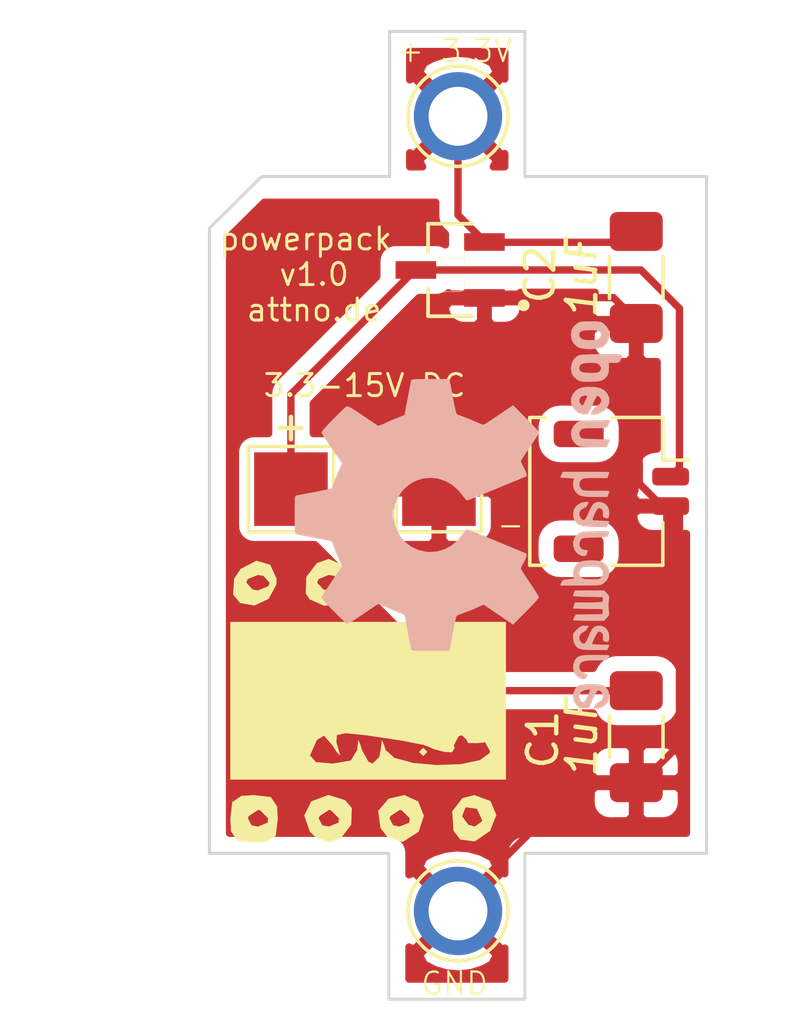
<source format=kicad_pcb>
(kicad_pcb (version 20171130) (host pcbnew 5.1.9)

  (general
    (thickness 1.6)
    (drawings 19)
    (tracks 29)
    (zones 0)
    (modules 10)
    (nets 4)
  )

  (page A4)
  (layers
    (0 F.Cu signal)
    (31 B.Cu signal)
    (32 B.Adhes user)
    (33 F.Adhes user)
    (34 B.Paste user)
    (35 F.Paste user)
    (36 B.SilkS user)
    (37 F.SilkS user)
    (38 B.Mask user)
    (39 F.Mask user)
    (40 Dwgs.User user)
    (41 Cmts.User user)
    (42 Eco1.User user)
    (43 Eco2.User user)
    (44 Edge.Cuts user)
    (45 Margin user)
    (46 B.CrtYd user)
    (47 F.CrtYd user)
    (48 B.Fab user)
    (49 F.Fab user)
  )

  (setup
    (last_trace_width 0.25)
    (trace_clearance 0.2)
    (zone_clearance 0.508)
    (zone_45_only no)
    (trace_min 0.2)
    (via_size 0.8)
    (via_drill 0.4)
    (via_min_size 0.4)
    (via_min_drill 0.3)
    (uvia_size 0.3)
    (uvia_drill 0.1)
    (uvias_allowed no)
    (uvia_min_size 0.2)
    (uvia_min_drill 0.1)
    (edge_width 0.1)
    (segment_width 0.2)
    (pcb_text_width 0.3)
    (pcb_text_size 1.5 1.5)
    (mod_edge_width 0.15)
    (mod_text_size 1 1)
    (mod_text_width 0.15)
    (pad_size 1.524 1.524)
    (pad_drill 0.762)
    (pad_to_mask_clearance 0)
    (aux_axis_origin 0 0)
    (visible_elements 7FFFFFFF)
    (pcbplotparams
      (layerselection 0x010fc_ffffffff)
      (usegerberextensions false)
      (usegerberattributes true)
      (usegerberadvancedattributes true)
      (creategerberjobfile true)
      (excludeedgelayer true)
      (linewidth 0.100000)
      (plotframeref false)
      (viasonmask false)
      (mode 1)
      (useauxorigin false)
      (hpglpennumber 1)
      (hpglpenspeed 20)
      (hpglpendiameter 15.000000)
      (psnegative false)
      (psa4output false)
      (plotreference true)
      (plotvalue true)
      (plotinvisibletext false)
      (padsonsilk false)
      (subtractmaskfromsilk false)
      (outputformat 1)
      (mirror false)
      (drillshape 0)
      (scaleselection 1)
      (outputdirectory "Gerber/"))
  )

  (net 0 "")
  (net 1 GND)
  (net 2 VCC)
  (net 3 +3V3)

  (net_class Default "Dies ist die voreingestellte Netzklasse."
    (clearance 0.2)
    (trace_width 0.25)
    (via_dia 0.8)
    (via_drill 0.4)
    (uvia_dia 0.3)
    (uvia_drill 0.1)
    (add_net +3V3)
    (add_net GND)
    (add_net VCC)
  )

  (module TestPoint:TestPoint_Plated_Hole_D2.0mm (layer F.Cu) (tedit 5A0F774F) (tstamp 5FF6768C)
    (at 174.9425 21.9075)
    (descr "Plated Hole as test Point, diameter 2.0mm")
    (tags "test point plated hole")
    (path /5FAC7D6D)
    (attr virtual)
    (fp_text reference J2.1 (at 0 -2.498) (layer F.SilkS) hide
      (effects (font (size 1 1) (thickness 0.15)))
    )
    (fp_text value "Vout +3.3V" (at 0 2.45) (layer F.Fab) hide
      (effects (font (size 1 1) (thickness 0.15)))
    )
    (fp_circle (center 0 0) (end 1.8 0) (layer F.CrtYd) (width 0.05))
    (fp_circle (center 0 0) (end 0 -1.7) (layer F.SilkS) (width 0.12))
    (fp_text user %R (at 0 -2.5) (layer F.Fab)
      (effects (font (size 1 1) (thickness 0.15)))
    )
    (pad 1 thru_hole circle (at 0 0) (size 3 3) (drill 2) (layers *.Cu *.Mask)
      (net 3 +3V3))
  )

  (module MCP1703T-3302E_CB:SOT95P255X145-3N (layer F.Cu) (tedit 5FCB8903) (tstamp 5FBEEA81)
    (at 174.6758 27.1272 180)
    (path /5FBEA257)
    (fp_text reference U1 (at -0.0762 -0.0508 90) (layer F.SilkS)
      (effects (font (size 0.9 0.9) (thickness 0.015)))
    )
    (fp_text value MCP1703T-3302E_CB (at 7.16 2.635) (layer F.Fab)
      (effects (font (size 1 1) (thickness 0.015)))
    )
    (fp_circle (center -2.5 -1.2) (end -2.4 -1.2) (layer F.Fab) (width 0.2))
    (fp_circle (center -2.5 -1.2) (end -2.4 -1.2) (layer F.SilkS) (width 0.2))
    (fp_line (start -2.105 1.7) (end -2.105 -1.7) (layer F.CrtYd) (width 0.05))
    (fp_line (start 2.105 1.7) (end -2.105 1.7) (layer F.CrtYd) (width 0.05))
    (fp_line (start 2.105 -1.7) (end 2.105 1.7) (layer F.CrtYd) (width 0.05))
    (fp_line (start -2.105 -1.7) (end 2.105 -1.7) (layer F.CrtYd) (width 0.05))
    (fp_line (start 0.75 -1.57) (end -0.75 -1.57) (layer F.SilkS) (width 0.127))
    (fp_line (start 0.75 1.57) (end 0.75 0.62) (layer F.SilkS) (width 0.127))
    (fp_line (start -0.75 1.57) (end 0.75 1.57) (layer F.SilkS) (width 0.127))
    (fp_line (start 0.75 -0.62) (end 0.75 -1.57) (layer F.SilkS) (width 0.127))
    (fp_line (start 0.75 -1.45) (end -0.75 -1.45) (layer F.Fab) (width 0.127))
    (fp_line (start 0.75 1.45) (end 0.75 -1.45) (layer F.Fab) (width 0.127))
    (fp_line (start -0.75 1.45) (end 0.75 1.45) (layer F.Fab) (width 0.127))
    (fp_line (start -0.75 -1.45) (end -0.75 1.45) (layer F.Fab) (width 0.127))
    (pad 3 smd rect (at 1.165 0 180) (size 1.38 0.6) (layers F.Cu F.Paste F.Mask)
      (net 2 VCC))
    (pad 2 smd rect (at -1.165 0.95 180) (size 1.38 0.6) (layers F.Cu F.Paste F.Mask)
      (net 3 +3V3))
    (pad 1 smd rect (at -1.165 -0.95 180) (size 1.38 0.6) (layers F.Cu F.Paste F.Mask)
      (net 1 GND))
  )

  (module Symbol:OSHW-Logo2_14.6x12mm_SilkScreen (layer B.Cu) (tedit 0) (tstamp 5FBF1F0D)
    (at 174.9425 35.4457 270)
    (descr "Open Source Hardware Symbol")
    (tags "Logo Symbol OSHW")
    (attr virtual)
    (fp_text reference REF** (at 0 0 270) (layer F.SilkS) hide
      (effects (font (size 1 1) (thickness 0.15)))
    )
    (fp_text value OSHW-Logo2_14.6x12mm_SilkScreen (at 0.75 0 270) (layer F.Fab) hide
      (effects (font (size 1 1) (thickness 0.15)))
    )
    (fp_poly (pts (xy 0.209014 5.547002) (xy 0.367006 5.546137) (xy 0.481347 5.543795) (xy 0.559407 5.539238)
      (xy 0.608554 5.53173) (xy 0.636159 5.520534) (xy 0.649592 5.504912) (xy 0.656221 5.484127)
      (xy 0.656865 5.481437) (xy 0.666935 5.432887) (xy 0.685575 5.337095) (xy 0.710845 5.204257)
      (xy 0.740807 5.044569) (xy 0.773522 4.868226) (xy 0.774664 4.862033) (xy 0.807433 4.689218)
      (xy 0.838093 4.536531) (xy 0.864664 4.413129) (xy 0.885167 4.328169) (xy 0.897626 4.29081)
      (xy 0.89822 4.290148) (xy 0.934919 4.271905) (xy 1.010586 4.241503) (xy 1.108878 4.205507)
      (xy 1.109425 4.205315) (xy 1.233233 4.158778) (xy 1.379196 4.099496) (xy 1.516781 4.039891)
      (xy 1.523293 4.036944) (xy 1.74739 3.935235) (xy 2.243619 4.274103) (xy 2.395846 4.377408)
      (xy 2.533741 4.469763) (xy 2.649315 4.545916) (xy 2.734579 4.600615) (xy 2.781544 4.628607)
      (xy 2.786004 4.630683) (xy 2.820134 4.62144) (xy 2.883881 4.576844) (xy 2.979731 4.494791)
      (xy 3.110169 4.373179) (xy 3.243328 4.243795) (xy 3.371694 4.116298) (xy 3.486581 3.999954)
      (xy 3.581073 3.901948) (xy 3.648253 3.829464) (xy 3.681206 3.789687) (xy 3.682432 3.787639)
      (xy 3.686074 3.760344) (xy 3.67235 3.715766) (xy 3.637869 3.647888) (xy 3.579239 3.550689)
      (xy 3.49307 3.418149) (xy 3.3782 3.247524) (xy 3.276254 3.097345) (xy 3.185123 2.96265)
      (xy 3.110073 2.85126) (xy 3.056369 2.770995) (xy 3.02928 2.729675) (xy 3.027574 2.72687)
      (xy 3.030882 2.687279) (xy 3.055953 2.610331) (xy 3.097798 2.510568) (xy 3.112712 2.478709)
      (xy 3.177786 2.336774) (xy 3.247212 2.175727) (xy 3.303609 2.036379) (xy 3.344247 1.932956)
      (xy 3.376526 1.854358) (xy 3.395178 1.81328) (xy 3.397497 1.810115) (xy 3.431803 1.804872)
      (xy 3.512669 1.790506) (xy 3.629343 1.769063) (xy 3.771075 1.742587) (xy 3.92711 1.713123)
      (xy 4.086698 1.682717) (xy 4.239085 1.653412) (xy 4.373521 1.627255) (xy 4.479252 1.60629)
      (xy 4.545526 1.592561) (xy 4.561782 1.58868) (xy 4.578573 1.5791) (xy 4.591249 1.557464)
      (xy 4.600378 1.516469) (xy 4.606531 1.448811) (xy 4.61028 1.347188) (xy 4.612192 1.204297)
      (xy 4.61284 1.012835) (xy 4.612874 0.934355) (xy 4.612874 0.296094) (xy 4.459598 0.26584)
      (xy 4.374322 0.249436) (xy 4.24707 0.225491) (xy 4.093315 0.196893) (xy 3.928534 0.166533)
      (xy 3.882989 0.158194) (xy 3.730932 0.12863) (xy 3.598468 0.099558) (xy 3.496714 0.073671)
      (xy 3.436788 0.053663) (xy 3.426805 0.047699) (xy 3.402293 0.005466) (xy 3.367148 -0.07637)
      (xy 3.328173 -0.181683) (xy 3.320442 -0.204368) (xy 3.26936 -0.345018) (xy 3.205954 -0.503714)
      (xy 3.143904 -0.646225) (xy 3.143598 -0.646886) (xy 3.040267 -0.87044) (xy 3.719961 -1.870232)
      (xy 3.283621 -2.3073) (xy 3.151649 -2.437381) (xy 3.031279 -2.552048) (xy 2.929273 -2.645181)
      (xy 2.852391 -2.710658) (xy 2.807393 -2.742357) (xy 2.800938 -2.744368) (xy 2.76304 -2.728529)
      (xy 2.685708 -2.684496) (xy 2.577389 -2.61749) (xy 2.446532 -2.532734) (xy 2.305052 -2.437816)
      (xy 2.161461 -2.340998) (xy 2.033435 -2.256751) (xy 1.929105 -2.190258) (xy 1.8566 -2.146702)
      (xy 1.824158 -2.131264) (xy 1.784576 -2.144328) (xy 1.709519 -2.17875) (xy 1.614468 -2.22738)
      (xy 1.604392 -2.232785) (xy 1.476391 -2.29698) (xy 1.388618 -2.328463) (xy 1.334028 -2.328798)
      (xy 1.305575 -2.299548) (xy 1.30541 -2.299138) (xy 1.291188 -2.264498) (xy 1.257269 -2.182269)
      (xy 1.206284 -2.058814) (xy 1.140862 -1.900498) (xy 1.063634 -1.713686) (xy 0.977229 -1.504742)
      (xy 0.893551 -1.302446) (xy 0.801588 -1.0792) (xy 0.71715 -0.872392) (xy 0.642769 -0.688362)
      (xy 0.580974 -0.533451) (xy 0.534297 -0.413996) (xy 0.505268 -0.336339) (xy 0.496322 -0.307356)
      (xy 0.518756 -0.27411) (xy 0.577439 -0.221123) (xy 0.655689 -0.162704) (xy 0.878534 0.022048)
      (xy 1.052718 0.233818) (xy 1.176154 0.468144) (xy 1.246754 0.720566) (xy 1.262431 0.986623)
      (xy 1.251036 1.109425) (xy 1.18895 1.364207) (xy 1.082023 1.589199) (xy 0.936889 1.782183)
      (xy 0.760178 1.940939) (xy 0.558522 2.06325) (xy 0.338554 2.146895) (xy 0.106906 2.189656)
      (xy -0.129791 2.189313) (xy -0.364905 2.143648) (xy -0.591804 2.050441) (xy -0.803856 1.907473)
      (xy -0.892364 1.826617) (xy -1.062111 1.618993) (xy -1.180301 1.392105) (xy -1.247722 1.152567)
      (xy -1.26516 0.906993) (xy -1.233402 0.661997) (xy -1.153235 0.424192) (xy -1.025445 0.200193)
      (xy -0.85082 -0.003387) (xy -0.655688 -0.162704) (xy -0.574409 -0.223602) (xy -0.516991 -0.276015)
      (xy -0.496322 -0.307406) (xy -0.507144 -0.341639) (xy -0.537923 -0.423419) (xy -0.586126 -0.546407)
      (xy -0.649222 -0.704263) (xy -0.724678 -0.890649) (xy -0.809962 -1.099226) (xy -0.893781 -1.302496)
      (xy -0.986255 -1.525933) (xy -1.071911 -1.732984) (xy -1.148118 -1.917286) (xy -1.212247 -2.072475)
      (xy -1.261668 -2.192188) (xy -1.293752 -2.270061) (xy -1.305641 -2.299138) (xy -1.333726 -2.328677)
      (xy -1.388051 -2.328591) (xy -1.475605 -2.297326) (xy -1.603381 -2.233329) (xy -1.604392 -2.232785)
      (xy -1.700598 -2.183121) (xy -1.778369 -2.146945) (xy -1.822223 -2.131408) (xy -1.824158 -2.131264)
      (xy -1.857171 -2.147024) (xy -1.930054 -2.19085) (xy -2.034678 -2.257557) (xy -2.16291 -2.341964)
      (xy -2.305052 -2.437816) (xy -2.449767 -2.534867) (xy -2.580196 -2.61927) (xy -2.68789 -2.685801)
      (xy -2.764402 -2.729238) (xy -2.800938 -2.744368) (xy -2.834582 -2.724482) (xy -2.902224 -2.668903)
      (xy -2.997107 -2.583754) (xy -3.11247 -2.475153) (xy -3.241555 -2.349221) (xy -3.283771 -2.307149)
      (xy -3.720261 -1.869931) (xy -3.388023 -1.38234) (xy -3.287054 -1.232605) (xy -3.198438 -1.09822)
      (xy -3.127146 -0.986969) (xy -3.07815 -0.906639) (xy -3.056422 -0.865014) (xy -3.055785 -0.862053)
      (xy -3.06724 -0.822818) (xy -3.098051 -0.743895) (xy -3.142884 -0.638509) (xy -3.174353 -0.567954)
      (xy -3.233192 -0.432876) (xy -3.288604 -0.296409) (xy -3.331564 -0.181103) (xy -3.343234 -0.145977)
      (xy -3.376389 -0.052174) (xy -3.408799 0.020306) (xy -3.426601 0.047699) (xy -3.465886 0.064464)
      (xy -3.551626 0.08823) (xy -3.672697 0.116303) (xy -3.817973 0.145991) (xy -3.882988 0.158194)
      (xy -4.048087 0.188532) (xy -4.206448 0.217907) (xy -4.342596 0.243431) (xy -4.441057 0.262215)
      (xy -4.459598 0.26584) (xy -4.612873 0.296094) (xy -4.612873 0.934355) (xy -4.612529 1.14423)
      (xy -4.611116 1.30302) (xy -4.608064 1.418027) (xy -4.602803 1.496554) (xy -4.594763 1.545904)
      (xy -4.583373 1.573381) (xy -4.568063 1.586287) (xy -4.561782 1.58868) (xy -4.523896 1.597167)
      (xy -4.440195 1.6141) (xy -4.321433 1.637434) (xy -4.178361 1.665125) (xy -4.021732 1.695127)
      (xy -3.862297 1.725396) (xy -3.710809 1.753885) (xy -3.578019 1.778551) (xy -3.474681 1.797349)
      (xy -3.411545 1.808233) (xy -3.397497 1.810115) (xy -3.38477 1.835296) (xy -3.3566 1.902378)
      (xy -3.318252 1.998667) (xy -3.303609 2.036379) (xy -3.244548 2.182079) (xy -3.175 2.343049)
      (xy -3.112712 2.478709) (xy -3.066879 2.582439) (xy -3.036387 2.667674) (xy -3.026208 2.719874)
      (xy -3.027831 2.72687) (xy -3.049343 2.759898) (xy -3.098465 2.833357) (xy -3.169923 2.939423)
      (xy -3.258445 3.070274) (xy -3.358759 3.218088) (xy -3.378594 3.247266) (xy -3.494988 3.420137)
      (xy -3.580548 3.551774) (xy -3.638684 3.648239) (xy -3.672808 3.715592) (xy -3.686331 3.759894)
      (xy -3.682664 3.787206) (xy -3.68257 3.78738) (xy -3.653707 3.823254) (xy -3.589867 3.892609)
      (xy -3.497969 3.988255) (xy -3.384933 4.103001) (xy -3.257679 4.229659) (xy -3.243328 4.243795)
      (xy -3.082957 4.399097) (xy -2.959195 4.51313) (xy -2.869555 4.587998) (xy -2.811552 4.625804)
      (xy -2.786004 4.630683) (xy -2.748718 4.609397) (xy -2.671343 4.560227) (xy -2.561867 4.488425)
      (xy -2.42828 4.399245) (xy -2.27857 4.297937) (xy -2.243618 4.274103) (xy -1.74739 3.935235)
      (xy -1.523293 4.036944) (xy -1.387011 4.096217) (xy -1.240724 4.15583) (xy -1.114965 4.20336)
      (xy -1.109425 4.205315) (xy -1.011057 4.241323) (xy -0.935229 4.271771) (xy -0.898282 4.290095)
      (xy -0.89822 4.290148) (xy -0.886496 4.323271) (xy -0.866568 4.404733) (xy -0.840413 4.525375)
      (xy -0.81001 4.676041) (xy -0.777337 4.847572) (xy -0.774664 4.862033) (xy -0.74189 5.038765)
      (xy -0.711802 5.19919) (xy -0.686339 5.333112) (xy -0.667441 5.430337) (xy -0.657047 5.480668)
      (xy -0.656865 5.481437) (xy -0.650539 5.502847) (xy -0.638239 5.519012) (xy -0.612594 5.530669)
      (xy -0.566235 5.538555) (xy -0.491792 5.543407) (xy -0.381895 5.545961) (xy -0.229175 5.546955)
      (xy -0.026262 5.547126) (xy 0 5.547126) (xy 0.209014 5.547002)) (layer B.SilkS) (width 0.01))
    (fp_poly (pts (xy 6.343439 -3.95654) (xy 6.45895 -4.032034) (xy 6.514664 -4.099617) (xy 6.558804 -4.222255)
      (xy 6.562309 -4.319298) (xy 6.554368 -4.449056) (xy 6.255115 -4.580039) (xy 6.109611 -4.646958)
      (xy 6.014537 -4.70079) (xy 5.965101 -4.747416) (xy 5.956511 -4.79272) (xy 5.983972 -4.842582)
      (xy 6.014253 -4.875632) (xy 6.102363 -4.928633) (xy 6.198196 -4.932347) (xy 6.286212 -4.891041)
      (xy 6.350869 -4.808983) (xy 6.362433 -4.780008) (xy 6.417825 -4.689509) (xy 6.481553 -4.65094)
      (xy 6.568966 -4.617946) (xy 6.568966 -4.743034) (xy 6.561238 -4.828156) (xy 6.530966 -4.899938)
      (xy 6.467518 -4.982356) (xy 6.458088 -4.993066) (xy 6.387513 -5.066391) (xy 6.326847 -5.105742)
      (xy 6.25095 -5.123845) (xy 6.18803 -5.129774) (xy 6.075487 -5.131251) (xy 5.99537 -5.112535)
      (xy 5.94539 -5.084747) (xy 5.866838 -5.023641) (xy 5.812463 -4.957554) (xy 5.778052 -4.874441)
      (xy 5.759388 -4.762254) (xy 5.752256 -4.608946) (xy 5.751687 -4.531136) (xy 5.753622 -4.437853)
      (xy 5.929899 -4.437853) (xy 5.931944 -4.487896) (xy 5.937039 -4.496092) (xy 5.970666 -4.484958)
      (xy 6.04303 -4.455493) (xy 6.139747 -4.413601) (xy 6.159973 -4.404597) (xy 6.282203 -4.342442)
      (xy 6.349547 -4.287815) (xy 6.364348 -4.236649) (xy 6.328947 -4.184876) (xy 6.299711 -4.162)
      (xy 6.194216 -4.11625) (xy 6.095476 -4.123808) (xy 6.012812 -4.179651) (xy 5.955548 -4.278753)
      (xy 5.937188 -4.357414) (xy 5.929899 -4.437853) (xy 5.753622 -4.437853) (xy 5.755459 -4.349351)
      (xy 5.769359 -4.214853) (xy 5.796894 -4.116916) (xy 5.841572 -4.044811) (xy 5.906901 -3.987813)
      (xy 5.935383 -3.969393) (xy 6.064763 -3.921422) (xy 6.206412 -3.918403) (xy 6.343439 -3.95654)) (layer B.SilkS) (width 0.01))
    (fp_poly (pts (xy 5.33569 -3.940018) (xy 5.370585 -3.955269) (xy 5.453877 -4.021235) (xy 5.525103 -4.116618)
      (xy 5.569153 -4.218406) (xy 5.576322 -4.268587) (xy 5.552285 -4.338647) (xy 5.499561 -4.375717)
      (xy 5.443031 -4.398164) (xy 5.417146 -4.4023) (xy 5.404542 -4.372283) (xy 5.379654 -4.306961)
      (xy 5.368735 -4.277445) (xy 5.307508 -4.175348) (xy 5.218861 -4.124423) (xy 5.105193 -4.125989)
      (xy 5.096774 -4.127994) (xy 5.036088 -4.156767) (xy 4.991474 -4.212859) (xy 4.961002 -4.303163)
      (xy 4.942744 -4.434571) (xy 4.934771 -4.613974) (xy 4.934023 -4.709433) (xy 4.933652 -4.859913)
      (xy 4.931223 -4.962495) (xy 4.92476 -5.027672) (xy 4.912288 -5.065938) (xy 4.891833 -5.087785)
      (xy 4.861419 -5.103707) (xy 4.859661 -5.104509) (xy 4.801091 -5.129272) (xy 4.772075 -5.138391)
      (xy 4.767616 -5.110822) (xy 4.763799 -5.03462) (xy 4.760899 -4.919541) (xy 4.759191 -4.775341)
      (xy 4.758851 -4.669814) (xy 4.760588 -4.465613) (xy 4.767382 -4.310697) (xy 4.781607 -4.196024)
      (xy 4.805638 -4.112551) (xy 4.841848 -4.051236) (xy 4.892612 -4.003034) (xy 4.942739 -3.969393)
      (xy 5.063275 -3.924619) (xy 5.203557 -3.914521) (xy 5.33569 -3.940018)) (layer B.SilkS) (width 0.01))
    (fp_poly (pts (xy 4.314406 -3.935156) (xy 4.398469 -3.973393) (xy 4.46445 -4.019726) (xy 4.512794 -4.071532)
      (xy 4.546172 -4.138363) (xy 4.567253 -4.229769) (xy 4.578707 -4.355301) (xy 4.583203 -4.524508)
      (xy 4.583678 -4.635933) (xy 4.583678 -5.070627) (xy 4.509316 -5.104509) (xy 4.450746 -5.129272)
      (xy 4.42173 -5.138391) (xy 4.416179 -5.111257) (xy 4.411775 -5.038094) (xy 4.409078 -4.931263)
      (xy 4.408506 -4.846437) (xy 4.406046 -4.723887) (xy 4.399412 -4.626668) (xy 4.389726 -4.567134)
      (xy 4.382032 -4.554483) (xy 4.330311 -4.567402) (xy 4.249117 -4.600539) (xy 4.155102 -4.645461)
      (xy 4.064917 -4.693735) (xy 3.995215 -4.736928) (xy 3.962648 -4.766608) (xy 3.962519 -4.766929)
      (xy 3.96532 -4.821857) (xy 3.990439 -4.874292) (xy 4.034541 -4.916881) (xy 4.098909 -4.931126)
      (xy 4.153921 -4.929466) (xy 4.231835 -4.928245) (xy 4.272732 -4.946498) (xy 4.297295 -4.994726)
      (xy 4.300392 -5.00382) (xy 4.31104 -5.072598) (xy 4.282565 -5.11436) (xy 4.208344 -5.134263)
      (xy 4.128168 -5.137944) (xy 3.98389 -5.110658) (xy 3.909203 -5.07169) (xy 3.816963 -4.980148)
      (xy 3.768043 -4.867782) (xy 3.763654 -4.749051) (xy 3.805001 -4.638411) (xy 3.867197 -4.56908)
      (xy 3.929294 -4.530265) (xy 4.026895 -4.481125) (xy 4.140632 -4.431292) (xy 4.15959 -4.423677)
      (xy 4.284521 -4.368545) (xy 4.356539 -4.319954) (xy 4.3797 -4.271647) (xy 4.358064 -4.21737)
      (xy 4.32092 -4.174943) (xy 4.233127 -4.122702) (xy 4.13653 -4.118784) (xy 4.047944 -4.159041)
      (xy 3.984186 -4.239326) (xy 3.975817 -4.26004) (xy 3.927096 -4.336225) (xy 3.855965 -4.392785)
      (xy 3.766207 -4.439201) (xy 3.766207 -4.307584) (xy 3.77149 -4.227168) (xy 3.794142 -4.163786)
      (xy 3.844367 -4.096163) (xy 3.892582 -4.044076) (xy 3.967554 -3.970322) (xy 4.025806 -3.930702)
      (xy 4.088372 -3.91481) (xy 4.159193 -3.912184) (xy 4.314406 -3.935156)) (layer B.SilkS) (width 0.01))
    (fp_poly (pts (xy 3.580124 -3.93984) (xy 3.584579 -4.016653) (xy 3.588071 -4.133391) (xy 3.590315 -4.280821)
      (xy 3.591035 -4.435455) (xy 3.591035 -4.958727) (xy 3.498645 -5.051117) (xy 3.434978 -5.108047)
      (xy 3.379089 -5.131107) (xy 3.302702 -5.129647) (xy 3.27238 -5.125934) (xy 3.17761 -5.115126)
      (xy 3.099222 -5.108933) (xy 3.080115 -5.108361) (xy 3.015699 -5.112102) (xy 2.923571 -5.121494)
      (xy 2.88785 -5.125934) (xy 2.800114 -5.132801) (xy 2.741153 -5.117885) (xy 2.68269 -5.071835)
      (xy 2.661585 -5.051117) (xy 2.569195 -4.958727) (xy 2.569195 -3.979947) (xy 2.643558 -3.946066)
      (xy 2.70759 -3.92097) (xy 2.745052 -3.912184) (xy 2.754657 -3.93995) (xy 2.763635 -4.01753)
      (xy 2.771386 -4.136348) (xy 2.777314 -4.287828) (xy 2.780173 -4.415805) (xy 2.788161 -4.919425)
      (xy 2.857848 -4.929278) (xy 2.921229 -4.922389) (xy 2.952286 -4.900083) (xy 2.960967 -4.858379)
      (xy 2.968378 -4.769544) (xy 2.973931 -4.644834) (xy 2.977036 -4.495507) (xy 2.977484 -4.418661)
      (xy 2.977931 -3.976287) (xy 3.069874 -3.944235) (xy 3.134949 -3.922443) (xy 3.170347 -3.912281)
      (xy 3.171368 -3.912184) (xy 3.17492 -3.939809) (xy 3.178823 -4.016411) (xy 3.182751 -4.132579)
      (xy 3.186376 -4.278904) (xy 3.188908 -4.415805) (xy 3.196897 -4.919425) (xy 3.372069 -4.919425)
      (xy 3.380107 -4.459965) (xy 3.388146 -4.000505) (xy 3.473543 -3.956344) (xy 3.536593 -3.926019)
      (xy 3.57391 -3.912258) (xy 3.574987 -3.912184) (xy 3.580124 -3.93984)) (layer B.SilkS) (width 0.01))
    (fp_poly (pts (xy 2.393914 -4.154455) (xy 2.393543 -4.372661) (xy 2.392108 -4.540519) (xy 2.389002 -4.66607)
      (xy 2.383622 -4.757355) (xy 2.375362 -4.822415) (xy 2.363616 -4.869291) (xy 2.347781 -4.906024)
      (xy 2.33579 -4.926991) (xy 2.23649 -5.040694) (xy 2.110588 -5.111965) (xy 1.971291 -5.137538)
      (xy 1.831805 -5.11415) (xy 1.748743 -5.072119) (xy 1.661545 -4.999411) (xy 1.602117 -4.910612)
      (xy 1.566261 -4.79432) (xy 1.549781 -4.639135) (xy 1.547447 -4.525287) (xy 1.547761 -4.517106)
      (xy 1.751724 -4.517106) (xy 1.75297 -4.647657) (xy 1.758678 -4.73408) (xy 1.771804 -4.790618)
      (xy 1.795306 -4.831514) (xy 1.823386 -4.862362) (xy 1.917688 -4.921905) (xy 2.01894 -4.926992)
      (xy 2.114636 -4.877279) (xy 2.122084 -4.870543) (xy 2.153874 -4.835502) (xy 2.173808 -4.793811)
      (xy 2.1846 -4.731762) (xy 2.188965 -4.635644) (xy 2.189655 -4.529379) (xy 2.188159 -4.39588)
      (xy 2.181964 -4.306822) (xy 2.168514 -4.248293) (xy 2.145251 -4.206382) (xy 2.126175 -4.184123)
      (xy 2.037563 -4.127985) (xy 1.935508 -4.121235) (xy 1.838095 -4.164114) (xy 1.819296 -4.180032)
      (xy 1.787293 -4.215382) (xy 1.767318 -4.257502) (xy 1.756593 -4.320251) (xy 1.752339 -4.417487)
      (xy 1.751724 -4.517106) (xy 1.547761 -4.517106) (xy 1.554504 -4.341947) (xy 1.578472 -4.204195)
      (xy 1.623548 -4.100632) (xy 1.693928 -4.019856) (xy 1.748743 -3.978455) (xy 1.848376 -3.933728)
      (xy 1.963855 -3.912967) (xy 2.071199 -3.918525) (xy 2.131264 -3.940943) (xy 2.154835 -3.947323)
      (xy 2.170477 -3.923535) (xy 2.181395 -3.859788) (xy 2.189655 -3.762687) (xy 2.198699 -3.654541)
      (xy 2.211261 -3.589475) (xy 2.234119 -3.552268) (xy 2.274051 -3.527699) (xy 2.299138 -3.516819)
      (xy 2.394023 -3.477072) (xy 2.393914 -4.154455)) (layer B.SilkS) (width 0.01))
    (fp_poly (pts (xy 1.065943 -3.92192) (xy 1.198565 -3.970859) (xy 1.30601 -4.057419) (xy 1.348032 -4.118352)
      (xy 1.393843 -4.230161) (xy 1.392891 -4.311006) (xy 1.344808 -4.365378) (xy 1.327017 -4.374624)
      (xy 1.250204 -4.40345) (xy 1.210976 -4.396065) (xy 1.197689 -4.347658) (xy 1.197012 -4.32092)
      (xy 1.172686 -4.222548) (xy 1.109281 -4.153734) (xy 1.021154 -4.120498) (xy 0.922663 -4.128861)
      (xy 0.842602 -4.172296) (xy 0.815561 -4.197072) (xy 0.796394 -4.227129) (xy 0.783446 -4.272565)
      (xy 0.775064 -4.343476) (xy 0.769593 -4.44996) (xy 0.765378 -4.602112) (xy 0.764287 -4.650287)
      (xy 0.760307 -4.815095) (xy 0.755781 -4.931088) (xy 0.748995 -5.007833) (xy 0.738231 -5.054893)
      (xy 0.721773 -5.081835) (xy 0.697906 -5.098223) (xy 0.682626 -5.105463) (xy 0.617733 -5.13022)
      (xy 0.579534 -5.138391) (xy 0.566912 -5.111103) (xy 0.559208 -5.028603) (xy 0.55638 -4.889941)
      (xy 0.558386 -4.694162) (xy 0.559011 -4.663965) (xy 0.563421 -4.485349) (xy 0.568635 -4.354923)
      (xy 0.576055 -4.262492) (xy 0.587082 -4.197858) (xy 0.603117 -4.150825) (xy 0.625561 -4.111196)
      (xy 0.637302 -4.094215) (xy 0.704619 -4.01908) (xy 0.77991 -3.960638) (xy 0.789128 -3.955536)
      (xy 0.924133 -3.91526) (xy 1.065943 -3.92192)) (layer B.SilkS) (width 0.01))
    (fp_poly (pts (xy 0.079944 -3.92436) (xy 0.194343 -3.966842) (xy 0.195652 -3.967658) (xy 0.266403 -4.01973)
      (xy 0.318636 -4.080584) (xy 0.355371 -4.159887) (xy 0.379634 -4.267309) (xy 0.394445 -4.412517)
      (xy 0.402829 -4.605179) (xy 0.403564 -4.632628) (xy 0.41412 -5.046521) (xy 0.325291 -5.092456)
      (xy 0.261018 -5.123498) (xy 0.22221 -5.138206) (xy 0.220415 -5.138391) (xy 0.2137 -5.11125)
      (xy 0.208365 -5.038041) (xy 0.205083 -4.931081) (xy 0.204368 -4.844469) (xy 0.204351 -4.704162)
      (xy 0.197937 -4.616051) (xy 0.17558 -4.574025) (xy 0.127732 -4.571975) (xy 0.044849 -4.60379)
      (xy -0.080287 -4.662272) (xy -0.172303 -4.710845) (xy -0.219629 -4.752986) (xy -0.233542 -4.798916)
      (xy -0.233563 -4.801189) (xy -0.210605 -4.880311) (xy -0.14263 -4.923055) (xy -0.038602 -4.929246)
      (xy 0.03633 -4.928172) (xy 0.075839 -4.949753) (xy 0.100478 -5.001591) (xy 0.114659 -5.067632)
      (xy 0.094223 -5.105104) (xy 0.086528 -5.110467) (xy 0.014083 -5.132006) (xy -0.087367 -5.135055)
      (xy -0.191843 -5.120778) (xy -0.265875 -5.094688) (xy -0.368228 -5.007785) (xy -0.426409 -4.886816)
      (xy -0.437931 -4.792308) (xy -0.429138 -4.707062) (xy -0.39732 -4.637476) (xy -0.334316 -4.575672)
      (xy -0.231969 -4.513772) (xy -0.082118 -4.443897) (xy -0.072988 -4.439948) (xy 0.061997 -4.377588)
      (xy 0.145294 -4.326446) (xy 0.180997 -4.280488) (xy 0.173203 -4.233683) (xy 0.126007 -4.179998)
      (xy 0.111894 -4.167644) (xy 0.017359 -4.119741) (xy -0.080594 -4.121758) (xy -0.165903 -4.168724)
      (xy -0.222504 -4.255669) (xy -0.227763 -4.272734) (xy -0.278977 -4.355504) (xy -0.343963 -4.395372)
      (xy -0.437931 -4.434882) (xy -0.437931 -4.332658) (xy -0.409347 -4.184072) (xy -0.324505 -4.047784)
      (xy -0.280355 -4.002191) (xy -0.179995 -3.943674) (xy -0.052365 -3.917184) (xy 0.079944 -3.92436)) (layer B.SilkS) (width 0.01))
    (fp_poly (pts (xy -1.255402 -3.723857) (xy -1.246846 -3.843188) (xy -1.237019 -3.913506) (xy -1.223401 -3.944179)
      (xy -1.203473 -3.944571) (xy -1.197011 -3.94091) (xy -1.11106 -3.914398) (xy -0.999255 -3.915946)
      (xy -0.885586 -3.943199) (xy -0.81449 -3.978455) (xy -0.741595 -4.034778) (xy -0.688307 -4.098519)
      (xy -0.651725 -4.17951) (xy -0.62895 -4.287586) (xy -0.617081 -4.43258) (xy -0.613218 -4.624326)
      (xy -0.613149 -4.661109) (xy -0.613103 -5.074288) (xy -0.705046 -5.106339) (xy -0.770348 -5.128144)
      (xy -0.806176 -5.138297) (xy -0.80723 -5.138391) (xy -0.810758 -5.11086) (xy -0.813761 -5.034923)
      (xy -0.81601 -4.920565) (xy -0.817276 -4.777769) (xy -0.817471 -4.690951) (xy -0.817877 -4.519773)
      (xy -0.819968 -4.397088) (xy -0.825053 -4.313) (xy -0.83444 -4.257614) (xy -0.849439 -4.221032)
      (xy -0.871358 -4.193359) (xy -0.885043 -4.180032) (xy -0.979051 -4.126328) (xy -1.081636 -4.122307)
      (xy -1.17471 -4.167725) (xy -1.191922 -4.184123) (xy -1.217168 -4.214957) (xy -1.23468 -4.251531)
      (xy -1.245858 -4.304415) (xy -1.252104 -4.384177) (xy -1.254818 -4.501385) (xy -1.255402 -4.662991)
      (xy -1.255402 -5.074288) (xy -1.347345 -5.106339) (xy -1.412647 -5.128144) (xy -1.448475 -5.138297)
      (xy -1.449529 -5.138391) (xy -1.452225 -5.110448) (xy -1.454655 -5.03163) (xy -1.456722 -4.909453)
      (xy -1.458329 -4.751432) (xy -1.459377 -4.565083) (xy -1.459769 -4.35792) (xy -1.45977 -4.348706)
      (xy -1.45977 -3.55902) (xy -1.364885 -3.518997) (xy -1.27 -3.478973) (xy -1.255402 -3.723857)) (layer B.SilkS) (width 0.01))
    (fp_poly (pts (xy -3.684448 -3.884676) (xy -3.569342 -3.962111) (xy -3.480389 -4.073949) (xy -3.427251 -4.216265)
      (xy -3.416503 -4.321015) (xy -3.417724 -4.364726) (xy -3.427944 -4.398194) (xy -3.456039 -4.428179)
      (xy -3.510884 -4.46144) (xy -3.601355 -4.504738) (xy -3.736328 -4.564833) (xy -3.737011 -4.565134)
      (xy -3.861249 -4.622037) (xy -3.963127 -4.672565) (xy -4.032233 -4.71128) (xy -4.058154 -4.73274)
      (xy -4.058161 -4.732913) (xy -4.035315 -4.779644) (xy -3.981891 -4.831154) (xy -3.920558 -4.868261)
      (xy -3.889485 -4.875632) (xy -3.804711 -4.850138) (xy -3.731707 -4.786291) (xy -3.696087 -4.716094)
      (xy -3.66182 -4.664343) (xy -3.594697 -4.605409) (xy -3.515792 -4.554496) (xy -3.446179 -4.526809)
      (xy -3.431623 -4.525287) (xy -3.415237 -4.550321) (xy -3.41425 -4.614311) (xy -3.426292 -4.700593)
      (xy -3.448993 -4.792501) (xy -3.479986 -4.873369) (xy -3.481552 -4.876509) (xy -3.574819 -5.006734)
      (xy -3.695696 -5.095311) (xy -3.832973 -5.138786) (xy -3.97544 -5.133706) (xy -4.111888 -5.076616)
      (xy -4.117955 -5.072602) (xy -4.22529 -4.975326) (xy -4.295868 -4.848409) (xy -4.334926 -4.681526)
      (xy -4.340168 -4.634639) (xy -4.349452 -4.413329) (xy -4.338322 -4.310124) (xy -4.058161 -4.310124)
      (xy -4.054521 -4.374503) (xy -4.034611 -4.393291) (xy -3.984974 -4.379235) (xy -3.906733 -4.346009)
      (xy -3.819274 -4.304359) (xy -3.817101 -4.303256) (xy -3.74297 -4.264265) (xy -3.713219 -4.238244)
      (xy -3.720555 -4.210965) (xy -3.751447 -4.175121) (xy -3.83004 -4.123251) (xy -3.914677 -4.119439)
      (xy -3.990597 -4.157189) (xy -4.043035 -4.230001) (xy -4.058161 -4.310124) (xy -4.338322 -4.310124)
      (xy -4.330356 -4.236261) (xy -4.281366 -4.095829) (xy -4.213164 -3.997447) (xy -4.090065 -3.89803)
      (xy -3.954472 -3.848711) (xy -3.816045 -3.845568) (xy -3.684448 -3.884676)) (layer B.SilkS) (width 0.01))
    (fp_poly (pts (xy -5.951779 -3.866015) (xy -5.814939 -3.937968) (xy -5.713949 -4.053766) (xy -5.678075 -4.128213)
      (xy -5.650161 -4.239992) (xy -5.635871 -4.381227) (xy -5.634516 -4.535371) (xy -5.645405 -4.685879)
      (xy -5.667847 -4.816205) (xy -5.70115 -4.909803) (xy -5.711385 -4.925922) (xy -5.832618 -5.046249)
      (xy -5.976613 -5.118317) (xy -6.132861 -5.139408) (xy -6.290852 -5.106802) (xy -6.33482 -5.087253)
      (xy -6.420444 -5.027012) (xy -6.495592 -4.947135) (xy -6.502694 -4.937004) (xy -6.531561 -4.888181)
      (xy -6.550643 -4.83599) (xy -6.561916 -4.767285) (xy -6.567355 -4.668918) (xy -6.568938 -4.527744)
      (xy -6.568965 -4.496092) (xy -6.568893 -4.486019) (xy -6.277011 -4.486019) (xy -6.275313 -4.619256)
      (xy -6.268628 -4.707674) (xy -6.254575 -4.764785) (xy -6.230771 -4.804102) (xy -6.218621 -4.817241)
      (xy -6.148764 -4.867172) (xy -6.080941 -4.864895) (xy -6.012365 -4.821584) (xy -5.971465 -4.775346)
      (xy -5.947242 -4.707857) (xy -5.933639 -4.601433) (xy -5.932706 -4.58902) (xy -5.930384 -4.396147)
      (xy -5.95465 -4.2529) (xy -6.005176 -4.16016) (xy -6.081632 -4.118807) (xy -6.108924 -4.116552)
      (xy -6.180589 -4.127893) (xy -6.22961 -4.167184) (xy -6.259582 -4.242326) (xy -6.274101 -4.361222)
      (xy -6.277011 -4.486019) (xy -6.568893 -4.486019) (xy -6.567878 -4.345659) (xy -6.563312 -4.240549)
      (xy -6.553312 -4.167714) (xy -6.535921 -4.114108) (xy -6.509184 -4.066681) (xy -6.503276 -4.057864)
      (xy -6.403968 -3.939007) (xy -6.295758 -3.870008) (xy -6.164019 -3.842619) (xy -6.119283 -3.841281)
      (xy -5.951779 -3.866015)) (layer B.SilkS) (width 0.01))
    (fp_poly (pts (xy -2.582571 -3.877719) (xy -2.488877 -3.931914) (xy -2.423736 -3.985707) (xy -2.376093 -4.042066)
      (xy -2.343272 -4.110987) (xy -2.322594 -4.202468) (xy -2.31138 -4.326506) (xy -2.306951 -4.493098)
      (xy -2.306437 -4.612851) (xy -2.306437 -5.053659) (xy -2.430517 -5.109283) (xy -2.554598 -5.164907)
      (xy -2.569195 -4.682095) (xy -2.575227 -4.501779) (xy -2.581555 -4.370901) (xy -2.589394 -4.280511)
      (xy -2.599963 -4.221664) (xy -2.614477 -4.185413) (xy -2.634152 -4.16281) (xy -2.640465 -4.157917)
      (xy -2.736112 -4.119706) (xy -2.832793 -4.134827) (xy -2.890345 -4.174943) (xy -2.913755 -4.20337)
      (xy -2.929961 -4.240672) (xy -2.940259 -4.297223) (xy -2.945951 -4.383394) (xy -2.948336 -4.509558)
      (xy -2.948736 -4.641042) (xy -2.948814 -4.805999) (xy -2.951639 -4.922761) (xy -2.961093 -5.00151)
      (xy -2.98106 -5.052431) (xy -3.015424 -5.085706) (xy -3.068068 -5.11152) (xy -3.138383 -5.138344)
      (xy -3.21518 -5.167542) (xy -3.206038 -4.649346) (xy -3.202357 -4.462539) (xy -3.19805 -4.32449)
      (xy -3.191877 -4.225568) (xy -3.182598 -4.156145) (xy -3.168973 -4.10659) (xy -3.149761 -4.067273)
      (xy -3.126598 -4.032584) (xy -3.014848 -3.92177) (xy -2.878487 -3.857689) (xy -2.730175 -3.842339)
      (xy -2.582571 -3.877719)) (layer B.SilkS) (width 0.01))
    (fp_poly (pts (xy -4.8281 -3.861903) (xy -4.71655 -3.917522) (xy -4.618092 -4.019931) (xy -4.590977 -4.057864)
      (xy -4.561438 -4.1075) (xy -4.542272 -4.161412) (xy -4.531307 -4.233364) (xy -4.526371 -4.337122)
      (xy -4.525287 -4.474101) (xy -4.530182 -4.661815) (xy -4.547196 -4.802758) (xy -4.579823 -4.907908)
      (xy -4.631558 -4.988243) (xy -4.705896 -5.054741) (xy -4.711358 -5.058678) (xy -4.78462 -5.098953)
      (xy -4.87284 -5.11888) (xy -4.985038 -5.123793) (xy -5.167433 -5.123793) (xy -5.167509 -5.300857)
      (xy -5.169207 -5.39947) (xy -5.17955 -5.457314) (xy -5.206578 -5.492006) (xy -5.258332 -5.521164)
      (xy -5.270761 -5.527121) (xy -5.328923 -5.555039) (xy -5.373956 -5.572672) (xy -5.407441 -5.574194)
      (xy -5.430962 -5.553781) (xy -5.4461 -5.505607) (xy -5.454437 -5.423846) (xy -5.457556 -5.302672)
      (xy -5.45704 -5.13626) (xy -5.454471 -4.918785) (xy -5.453668 -4.853736) (xy -5.450778 -4.629502)
      (xy -5.448188 -4.482821) (xy -5.167586 -4.482821) (xy -5.166009 -4.607326) (xy -5.159 -4.688787)
      (xy -5.143142 -4.742515) (xy -5.115019 -4.783823) (xy -5.095925 -4.803971) (xy -5.017865 -4.862921)
      (xy -4.948753 -4.86772) (xy -4.87744 -4.819038) (xy -4.875632 -4.817241) (xy -4.846617 -4.779618)
      (xy -4.828967 -4.728484) (xy -4.820064 -4.649738) (xy -4.817291 -4.529276) (xy -4.817241 -4.502588)
      (xy -4.823942 -4.336583) (xy -4.845752 -4.221505) (xy -4.885235 -4.151254) (xy -4.944956 -4.119729)
      (xy -4.979472 -4.116552) (xy -5.061389 -4.13146) (xy -5.117579 -4.180548) (xy -5.151402 -4.270362)
      (xy -5.16622 -4.407445) (xy -5.167586 -4.482821) (xy -5.448188 -4.482821) (xy -5.447713 -4.455952)
      (xy -5.443753 -4.325382) (xy -5.438174 -4.230087) (xy -5.430254 -4.162364) (xy -5.419269 -4.114507)
      (xy -5.404499 -4.078813) (xy -5.385218 -4.047578) (xy -5.376951 -4.035824) (xy -5.267288 -3.924797)
      (xy -5.128635 -3.861847) (xy -4.968246 -3.844297) (xy -4.8281 -3.861903)) (layer B.SilkS) (width 0.01))
  )

  (module "Logo Attno.de:Logo_druck" (layer F.Cu) (tedit 0) (tstamp 5FBF14EC)
    (at 171.7548 41.7576)
    (fp_text reference G*** (at 0 0) (layer F.SilkS) hide
      (effects (font (size 1.524 1.524) (thickness 0.3)))
    )
    (fp_text value LOGO (at 0.75 0) (layer F.SilkS) hide
      (effects (font (size 1.524 1.524) (thickness 0.3)))
    )
    (fp_poly (pts (xy 2.138947 1.737895) (xy 2.005263 1.871579) (xy 1.871578 1.737895) (xy 2.005263 1.60421)
      (xy 2.138947 1.737895)) (layer F.SilkS) (width 0.01))
    (fp_poly (pts (xy 4.089816 -4.595979) (xy 4.434735 -4.1028) (xy 4.449882 -3.612879) (xy 4.088167 -3.2809)
      (xy 3.55026 -3.237404) (xy 3.109036 -3.48305) (xy 3.03774 -3.609474) (xy 3.005379 -4.010526)
      (xy 3.342105 -4.010526) (xy 3.402717 -3.781632) (xy 3.593694 -3.743158) (xy 3.959511 -3.882751)
      (xy 4.010526 -4.010526) (xy 3.818628 -4.270242) (xy 3.758937 -4.277895) (xy 3.39683 -4.083545)
      (xy 3.342105 -4.010526) (xy 3.005379 -4.010526) (xy 2.988838 -4.215517) (xy 3.2409 -4.683255)
      (xy 3.568344 -4.812632) (xy 4.089816 -4.595979)) (layer F.SilkS) (width 0.01))
    (fp_poly (pts (xy 1.497215 -4.664621) (xy 1.521708 -4.649808) (xy 1.958071 -4.173721) (xy 1.961382 -3.672715)
      (xy 1.558773 -3.320009) (xy 1.304155 -3.2608) (xy 0.68795 -3.334446) (xy 0.453572 -3.569022)
      (xy 0.476776 -4.010526) (xy 0.802105 -4.010526) (xy 1.018662 -3.773323) (xy 1.203157 -3.743158)
      (xy 1.558963 -3.887529) (xy 1.60421 -4.010526) (xy 1.387653 -4.24773) (xy 1.203157 -4.277895)
      (xy 0.847352 -4.133524) (xy 0.802105 -4.010526) (xy 0.476776 -4.010526) (xy 0.480169 -4.075083)
      (xy 0.671125 -4.452433) (xy 1.053407 -4.785038) (xy 1.497215 -4.664621)) (layer F.SilkS) (width 0.01))
    (fp_poly (pts (xy -0.698937 -4.587399) (xy -0.404882 -4.076307) (xy -0.425046 -3.643362) (xy -0.795864 -3.295983)
      (xy -1.358492 -3.230802) (xy -1.850527 -3.44782) (xy -1.981271 -3.643362) (xy -1.968038 -4.010526)
      (xy -1.604211 -4.010526) (xy -1.387654 -3.773323) (xy -1.203158 -3.743158) (xy -0.847353 -3.887529)
      (xy -0.802106 -4.010526) (xy -1.018663 -4.24773) (xy -1.203158 -4.277895) (xy -1.558964 -4.133524)
      (xy -1.604211 -4.010526) (xy -1.968038 -4.010526) (xy -1.960981 -4.206313) (xy -1.604019 -4.673505)
      (xy -1.203158 -4.812632) (xy -0.698937 -4.587399)) (layer F.SilkS) (width 0.01))
    (fp_poly (pts (xy -3.196971 -4.616923) (xy -2.979926 -4.140395) (xy -2.989143 -3.94488) (xy -3.252289 -3.462408)
      (xy -3.731266 -3.239198) (xy -4.214277 -3.323615) (xy -4.449336 -3.611454) (xy -4.423182 -4.010526)
      (xy -4.010527 -4.010526) (xy -3.79397 -3.773323) (xy -3.609474 -3.743158) (xy -3.253669 -3.887529)
      (xy -3.208422 -4.010526) (xy -3.424979 -4.24773) (xy -3.609474 -4.277895) (xy -3.96528 -4.133524)
      (xy -4.010527 -4.010526) (xy -4.423182 -4.010526) (xy -4.414565 -4.142002) (xy -4.201504 -4.468872)
      (xy -3.662664 -4.7517) (xy -3.196971 -4.616923)) (layer F.SilkS) (width 0.01))
    (fp_poly (pts (xy 4.812631 2.673684) (xy -4.545264 2.673684) (xy -4.545264 1.85671) (xy -1.84514 1.85671)
      (xy -1.640977 2.086836) (xy -1.069474 2.138947) (xy -0.449193 2.032284) (xy -0.236914 1.678869)
      (xy -0.236354 1.671053) (xy -0.199008 1.341536) (xy -0.120086 1.531401) (xy -0.083065 1.671053)
      (xy 0.137174 2.067551) (xy 0.286972 2.138947) (xy 0.512231 1.91694) (xy 0.565751 1.671053)
      (xy 0.603097 1.341536) (xy 0.682019 1.531401) (xy 0.71904 1.671053) (xy 1.023883 1.942669)
      (xy 1.661629 2.1152) (xy 2.468428 2.186887) (xy 3.280431 2.155969) (xy 3.933785 2.020685)
      (xy 4.264641 1.779275) (xy 4.277894 1.709289) (xy 4.113499 1.405706) (xy 3.876842 1.43353)
      (xy 3.532945 1.431665) (xy 3.475789 1.312671) (xy 3.31091 1.162077) (xy 3.204059 1.205853)
      (xy 3.040408 1.51151) (xy 3.071649 1.599214) (xy 2.983308 1.745726) (xy 2.741799 1.73488)
      (xy 2.344973 1.633411) (xy 2.272631 1.590545) (xy 2.017938 1.492766) (xy 1.298922 1.353099)
      (xy 0.183184 1.184476) (xy 0.064366 1.16815) (xy -0.638136 1.095906) (xy -0.934809 1.164674)
      (xy -0.945218 1.415944) (xy -0.918078 1.509049) (xy -0.821817 1.851758) (xy -0.926927 1.742986)
      (xy -1.080524 1.50529) (xy -1.365887 1.180679) (xy -1.595147 1.317081) (xy -1.631354 1.371606)
      (xy -1.84514 1.85671) (xy -4.545264 1.85671) (xy -4.545264 -2.673684) (xy 4.812631 -2.673684)
      (xy 4.812631 2.673684)) (layer F.SilkS) (width 0.01))
    (fp_poly (pts (xy 4.289104 3.40888) (xy 4.485854 3.883973) (xy 4.275068 4.414984) (xy 3.760298 4.770967)
      (xy 3.272011 4.712338) (xy 3.03774 4.411579) (xy 3.005955 3.923658) (xy 3.321753 3.923658)
      (xy 3.535729 4.214069) (xy 3.758937 4.277895) (xy 4.005698 4.098505) (xy 4.010526 4.055088)
      (xy 3.836112 3.667614) (xy 3.47406 3.613807) (xy 3.434135 3.635217) (xy 3.321753 3.923658)
      (xy 3.005955 3.923658) (xy 2.995131 3.757507) (xy 3.340792 3.309889) (xy 3.743157 3.208421)
      (xy 4.289104 3.40888)) (layer F.SilkS) (width 0.01))
    (fp_poly (pts (xy 1.830489 3.420844) (xy 2.023085 3.906185) (xy 1.850749 4.436547) (xy 1.843454 4.445467)
      (xy 1.308609 4.788602) (xy 0.789363 4.623462) (xy 0.556657 4.318854) (xy 0.512481 3.990474)
      (xy 0.85335 3.990474) (xy 0.982414 4.234271) (xy 1.203157 4.277895) (xy 1.535916 4.142232)
      (xy 1.552964 3.990474) (xy 1.276938 3.714239) (xy 1.203157 3.703053) (xy 0.889659 3.911204)
      (xy 0.85335 3.990474) (xy 0.512481 3.990474) (xy 0.479001 3.74161) (xy 0.834794 3.328056)
      (xy 1.36171 3.208421) (xy 1.830489 3.420844)) (layer F.SilkS) (width 0.01))
    (fp_poly (pts (xy -0.654718 3.377959) (xy -0.425046 3.643362) (xy -0.445336 4.206313) (xy -0.802298 4.673505)
      (xy -1.203158 4.812632) (xy -1.650245 4.625796) (xy -1.843455 4.445467) (xy -1.999823 3.990474)
      (xy -1.552965 3.990474) (xy -1.423901 4.234271) (xy -1.203158 4.277895) (xy -0.870399 4.142232)
      (xy -0.853351 3.990474) (xy -1.129378 3.714239) (xy -1.203158 3.703053) (xy -1.516657 3.911204)
      (xy -1.552965 3.990474) (xy -1.999823 3.990474) (xy -2.031887 3.897179) (xy -1.795855 3.42208)
      (xy -1.233012 3.208837) (xy -1.203158 3.208421) (xy -0.654718 3.377959)) (layer F.SilkS) (width 0.01))
    (fp_poly (pts (xy -3.175028 3.274671) (xy -2.965626 3.587178) (xy -2.941053 4.010526) (xy -3.007304 4.578657)
      (xy -3.319811 4.788059) (xy -3.743158 4.812632) (xy -4.311289 4.746381) (xy -4.520691 4.433874)
      (xy -4.545264 4.010526) (xy -4.542926 3.990474) (xy -3.959281 3.990474) (xy -3.830217 4.234271)
      (xy -3.609474 4.277895) (xy -3.276715 4.142232) (xy -3.259667 3.990474) (xy -3.535693 3.714239)
      (xy -3.609474 3.703053) (xy -3.922973 3.911204) (xy -3.959281 3.990474) (xy -4.542926 3.990474)
      (xy -4.479013 3.442395) (xy -4.166506 3.232994) (xy -3.743158 3.208421) (xy -3.175028 3.274671)) (layer F.SilkS) (width 0.01))
  )

  (module Capacitor_SMD:C_1206_3216Metric_Pad1.33x1.80mm_HandSolder (layer F.Cu) (tedit 5F68FEEF) (tstamp 5FBEEA0E)
    (at 181 42.9768 270)
    (descr "Capacitor SMD 1206 (3216 Metric), square (rectangular) end terminal, IPC_7351 nominal with elongated pad for handsoldering. (Body size source: IPC-SM-782 page 76, https://www.pcb-3d.com/wordpress/wp-content/uploads/ipc-sm-782a_amendment_1_and_2.pdf), generated with kicad-footprint-generator")
    (tags "capacitor handsolder")
    (path /5FAAF5EB)
    (attr smd)
    (fp_text reference C1 (at 0.1016 3.175 90) (layer F.SilkS)
      (effects (font (size 1 1) (thickness 0.15)))
    )
    (fp_text value 1uF (at 0 1.85 90) (layer F.SilkS)
      (effects (font (size 1 1) (thickness 0.15) italic))
    )
    (fp_line (start 2.48 1.15) (end -2.48 1.15) (layer F.CrtYd) (width 0.05))
    (fp_line (start 2.48 -1.15) (end 2.48 1.15) (layer F.CrtYd) (width 0.05))
    (fp_line (start -2.48 -1.15) (end 2.48 -1.15) (layer F.CrtYd) (width 0.05))
    (fp_line (start -2.48 1.15) (end -2.48 -1.15) (layer F.CrtYd) (width 0.05))
    (fp_line (start -0.711252 0.91) (end 0.711252 0.91) (layer F.SilkS) (width 0.12))
    (fp_line (start -0.711252 -0.91) (end 0.711252 -0.91) (layer F.SilkS) (width 0.12))
    (fp_line (start 1.6 0.8) (end -1.6 0.8) (layer F.Fab) (width 0.1))
    (fp_line (start 1.6 -0.8) (end 1.6 0.8) (layer F.Fab) (width 0.1))
    (fp_line (start -1.6 -0.8) (end 1.6 -0.8) (layer F.Fab) (width 0.1))
    (fp_line (start -1.6 0.8) (end -1.6 -0.8) (layer F.Fab) (width 0.1))
    (fp_text user %R (at 0 0 90) (layer F.Fab)
      (effects (font (size 0.8 0.8) (thickness 0.12)))
    )
    (pad 2 smd roundrect (at 1.5625 0 270) (size 1.325 1.8) (layers F.Cu F.Paste F.Mask) (roundrect_rratio 0.1886769811320755)
      (net 1 GND))
    (pad 1 smd roundrect (at -1.5625 0 270) (size 1.325 1.8) (layers F.Cu F.Paste F.Mask) (roundrect_rratio 0.1886769811320755)
      (net 2 VCC))
    (model ${KISYS3DMOD}/Capacitor_SMD.3dshapes/C_1206_3216Metric.wrl
      (at (xyz 0 0 0))
      (scale (xyz 1 1 1))
      (rotate (xyz 0 0 0))
    )
  )

  (module Capacitor_SMD:C_1206_3216Metric_Pad1.33x1.80mm_HandSolder (layer F.Cu) (tedit 5F68FEEF) (tstamp 5FBEEA1F)
    (at 181 27.3812 270)
    (descr "Capacitor SMD 1206 (3216 Metric), square (rectangular) end terminal, IPC_7351 nominal with elongated pad for handsoldering. (Body size source: IPC-SM-782 page 76, https://www.pcb-3d.com/wordpress/wp-content/uploads/ipc-sm-782a_amendment_1_and_2.pdf), generated with kicad-footprint-generator")
    (tags "capacitor handsolder")
    (path /5FAB0019)
    (attr smd)
    (fp_text reference C2 (at -0.1016 3.2766 90) (layer F.SilkS)
      (effects (font (size 1 1) (thickness 0.15)))
    )
    (fp_text value 1uF (at 0 1.85 90) (layer F.SilkS)
      (effects (font (size 1 1) (thickness 0.15) italic))
    )
    (fp_line (start -1.6 0.8) (end -1.6 -0.8) (layer F.Fab) (width 0.1))
    (fp_line (start -1.6 -0.8) (end 1.6 -0.8) (layer F.Fab) (width 0.1))
    (fp_line (start 1.6 -0.8) (end 1.6 0.8) (layer F.Fab) (width 0.1))
    (fp_line (start 1.6 0.8) (end -1.6 0.8) (layer F.Fab) (width 0.1))
    (fp_line (start -0.711252 -0.91) (end 0.711252 -0.91) (layer F.SilkS) (width 0.12))
    (fp_line (start -0.711252 0.91) (end 0.711252 0.91) (layer F.SilkS) (width 0.12))
    (fp_line (start -2.48 1.15) (end -2.48 -1.15) (layer F.CrtYd) (width 0.05))
    (fp_line (start -2.48 -1.15) (end 2.48 -1.15) (layer F.CrtYd) (width 0.05))
    (fp_line (start 2.48 -1.15) (end 2.48 1.15) (layer F.CrtYd) (width 0.05))
    (fp_line (start 2.48 1.15) (end -2.48 1.15) (layer F.CrtYd) (width 0.05))
    (fp_text user %R (at -1.6764 0.0508 90) (layer F.Fab)
      (effects (font (size 0.8 0.8) (thickness 0.12)))
    )
    (pad 1 smd roundrect (at -1.5625 0 270) (size 1.325 1.8) (layers F.Cu F.Paste F.Mask) (roundrect_rratio 0.1886769811320755)
      (net 3 +3V3))
    (pad 2 smd roundrect (at 1.5625 0 270) (size 1.325 1.8) (layers F.Cu F.Paste F.Mask) (roundrect_rratio 0.1886769811320755)
      (net 1 GND))
    (model ${KISYS3DMOD}/Capacitor_SMD.3dshapes/C_1206_3216Metric.wrl
      (at (xyz 0 0 0))
      (scale (xyz 1 1 1))
      (rotate (xyz 0 0 0))
    )
  )

  (module Connector_JST:JST_SHL_SM02B-SHLS-TF_1x02-1MP_P1.00mm_Horizontal (layer F.Cu) (tedit 5B78AD87) (tstamp 5FBEEA3A)
    (at 180.4924 34.6456 270)
    (descr "JST SHL series connector, SM02B-SHLS-TF (http://www.jst-mfg.com/product/pdf/eng/eSHL.pdf), generated with kicad-footprint-generator")
    (tags "connector JST SHL top entry")
    (path /5FAC5355)
    (attr smd)
    (fp_text reference J1 (at 0 -3.5 90) (layer F.SilkS) hide
      (effects (font (size 1 1) (thickness 0.15)))
    )
    (fp_text value "Power_in 3.3-15V" (at 0 4.2 90) (layer F.Fab) hide
      (effects (font (size 1 1) (thickness 0.15)))
    )
    (fp_line (start -2.4 -1.3) (end 2.4 -1.3) (layer F.Fab) (width 0.1))
    (fp_line (start -2.51 0.34) (end -2.51 -1.41) (layer F.SilkS) (width 0.12))
    (fp_line (start -2.51 -1.41) (end -1.06 -1.41) (layer F.SilkS) (width 0.12))
    (fp_line (start -1.06 -1.41) (end -1.06 -2.3) (layer F.SilkS) (width 0.12))
    (fp_line (start 2.51 0.34) (end 2.51 -1.41) (layer F.SilkS) (width 0.12))
    (fp_line (start 2.51 -1.41) (end 1.06 -1.41) (layer F.SilkS) (width 0.12))
    (fp_line (start -2.51 2.56) (end -2.51 3.11) (layer F.SilkS) (width 0.12))
    (fp_line (start -2.51 3.11) (end 2.51 3.11) (layer F.SilkS) (width 0.12))
    (fp_line (start 2.51 3.11) (end 2.51 2.56) (layer F.SilkS) (width 0.12))
    (fp_line (start -2.4 3) (end 2.4 3) (layer F.Fab) (width 0.1))
    (fp_line (start -2.4 -1.3) (end -2.4 3) (layer F.Fab) (width 0.1))
    (fp_line (start 2.4 -1.3) (end 2.4 3) (layer F.Fab) (width 0.1))
    (fp_line (start -2.9 -2.8) (end -2.9 3.5) (layer F.CrtYd) (width 0.05))
    (fp_line (start -2.9 3.5) (end 2.9 3.5) (layer F.CrtYd) (width 0.05))
    (fp_line (start 2.9 3.5) (end 2.9 -2.8) (layer F.CrtYd) (width 0.05))
    (fp_line (start 2.9 -2.8) (end -2.9 -2.8) (layer F.CrtYd) (width 0.05))
    (fp_line (start -1 -1.3) (end -0.5 -0.592893) (layer F.Fab) (width 0.1))
    (fp_line (start -0.5 -0.592893) (end 0 -1.3) (layer F.Fab) (width 0.1))
    (fp_text user %R (at 0 0.5 90) (layer F.Fab) hide
      (effects (font (size 1 1) (thickness 0.15)))
    )
    (pad 1 smd roundrect (at -0.5 -1.675 270) (size 0.6 1.25) (layers F.Cu F.Paste F.Mask) (roundrect_rratio 0.25)
      (net 2 VCC))
    (pad 2 smd roundrect (at 0.5 -1.675 270) (size 0.6 1.25) (layers F.Cu F.Paste F.Mask) (roundrect_rratio 0.25)
      (net 1 GND))
    (pad MP smd roundrect (at -1.95 1.45 270) (size 0.9 1.7) (layers F.Cu F.Paste F.Mask) (roundrect_rratio 0.25))
    (pad MP smd roundrect (at 1.95 1.45 270) (size 0.9 1.7) (layers F.Cu F.Paste F.Mask) (roundrect_rratio 0.25))
    (model ${KISYS3DMOD}/Connector_JST.3dshapes/JST_SHL_SM02B-SHLS-TF_1x02-1MP_P1.00mm_Horizontal.wrl
      (at (xyz 0 0 0))
      (scale (xyz 1 1 1))
      (rotate (xyz 0 0 0))
    )
  )

  (module TestPoint:TestPoint_Pad_2.5x2.5mm (layer F.Cu) (tedit 5A0F774F) (tstamp 5FBEEA58)
    (at 174.2948 34.5694)
    (descr "SMD rectangular pad as test Point, square 2.5mm side length")
    (tags "test point SMD pad rectangle square")
    (path /5FAD88E0)
    (attr virtual)
    (fp_text reference - (at 0 -2.148) (layer F.SilkS)
      (effects (font (size 1 1) (thickness 0.15)))
    )
    (fp_text value "Vin GND" (at 0 2.25) (layer F.Fab) hide
      (effects (font (size 1 1) (thickness 0.15)))
    )
    (fp_line (start -1.45 -1.45) (end 1.45 -1.45) (layer F.SilkS) (width 0.12))
    (fp_line (start 1.45 -1.45) (end 1.45 1.45) (layer F.SilkS) (width 0.12))
    (fp_line (start 1.45 1.45) (end -1.45 1.45) (layer F.SilkS) (width 0.12))
    (fp_line (start -1.45 1.45) (end -1.45 -1.45) (layer F.SilkS) (width 0.12))
    (fp_line (start -1.75 -1.75) (end 1.75 -1.75) (layer F.CrtYd) (width 0.05))
    (fp_line (start -1.75 -1.75) (end -1.75 1.75) (layer F.CrtYd) (width 0.05))
    (fp_line (start 1.75 1.75) (end 1.75 -1.75) (layer F.CrtYd) (width 0.05))
    (fp_line (start 1.75 1.75) (end -1.75 1.75) (layer F.CrtYd) (width 0.05))
    (fp_text user %R (at 0 -2.15) (layer F.Fab)
      (effects (font (size 1 1) (thickness 0.15)))
    )
    (pad 1 smd rect (at 0 0) (size 2.5 2.5) (layers F.Cu F.Mask)
      (net 1 GND))
  )

  (module TestPoint:TestPoint_Pad_2.5x2.5mm (layer F.Cu) (tedit 5A0F774F) (tstamp 5FBEEA66)
    (at 169.2656 34.5694)
    (descr "SMD rectangular pad as test Point, square 2.5mm side length")
    (tags "test point SMD pad rectangle square")
    (path /5FAD8C7D)
    (attr virtual)
    (fp_text reference + (at 0 -2.148) (layer F.SilkS)
      (effects (font (size 1 1) (thickness 0.15)))
    )
    (fp_text value "Vin 3.3V-15V" (at 0 2.25) (layer F.Fab) hide
      (effects (font (size 1 1) (thickness 0.15)))
    )
    (fp_line (start 1.75 1.75) (end -1.75 1.75) (layer F.CrtYd) (width 0.05))
    (fp_line (start 1.75 1.75) (end 1.75 -1.75) (layer F.CrtYd) (width 0.05))
    (fp_line (start -1.75 -1.75) (end -1.75 1.75) (layer F.CrtYd) (width 0.05))
    (fp_line (start -1.75 -1.75) (end 1.75 -1.75) (layer F.CrtYd) (width 0.05))
    (fp_line (start -1.45 1.45) (end -1.45 -1.45) (layer F.SilkS) (width 0.12))
    (fp_line (start 1.45 1.45) (end -1.45 1.45) (layer F.SilkS) (width 0.12))
    (fp_line (start 1.45 -1.45) (end 1.45 1.45) (layer F.SilkS) (width 0.12))
    (fp_line (start -1.45 -1.45) (end 1.45 -1.45) (layer F.SilkS) (width 0.12))
    (fp_text user %R (at 0 -2.15) (layer F.Fab) hide
      (effects (font (size 1 1) (thickness 0.15)))
    )
    (pad 1 smd rect (at 0 0) (size 2.5 2.5) (layers F.Cu F.Mask)
      (net 2 VCC))
  )

  (module TestPoint:TestPoint_Plated_Hole_D2.0mm (layer F.Cu) (tedit 5A0F774F) (tstamp 5FF6761A)
    (at 174.9425 48.895)
    (descr "Plated Hole as test Point, diameter 2.0mm")
    (tags "test point plated hole")
    (path /5FAC76A2)
    (attr virtual)
    (fp_text reference J2.2 (at 0 -2.498) (layer F.SilkS) hide
      (effects (font (size 1 1) (thickness 0.15)))
    )
    (fp_text value "Vout GND" (at 0 2.45) (layer F.Fab) hide
      (effects (font (size 1 1) (thickness 0.15)))
    )
    (fp_circle (center 0 0) (end 0 -1.7) (layer F.SilkS) (width 0.12))
    (fp_circle (center 0 0) (end 1.8 0) (layer F.CrtYd) (width 0.05))
    (fp_text user %R (at 0 -2.5) (layer F.Fab)
      (effects (font (size 1 1) (thickness 0.15)))
    )
    (pad 1 thru_hole circle (at 0 0) (size 3 3) (drill 2) (layers *.Cu *.Mask)
      (net 1 GND))
  )

  (gr_text + (at 176.7332 33.782) (layer F.SilkS) (tstamp 5FE20866)
    (effects (font (size 0.75 0.75) (thickness 0.075)))
  )
  (gr_text - (at 176.7332 35.7759) (layer F.SilkS) (tstamp 5FE20859)
    (effects (font (size 0.75 0.75) (thickness 0.075)))
  )
  (gr_text "+ 3.3V" (at 174.8282 19.685) (layer F.SilkS) (tstamp 5FBF1954)
    (effects (font (size 0.75 0.75) (thickness 0.075)))
  )
  (gr_text GND (at 174.8282 51.3588) (layer F.SilkS)
    (effects (font (size 0.75 0.75) (thickness 0.075)))
  )
  (gr_text "powerpack \nv1.0\nattno.de" (at 170.053 27.2796) (layer F.SilkS)
    (effects (font (size 0.75 0.75) (thickness 0.1)))
  )
  (gr_text "3.3-15V DC" (at 171.7675 31.0515) (layer F.SilkS)
    (effects (font (size 0.75 0.75) (thickness 0.1)))
  )
  (gr_line (start 172.6184 23.9522) (end 168.275 23.9522) (layer Edge.Cuts) (width 0.1))
  (gr_line (start 172.6184 19.0246) (end 172.6184 23.9522) (layer Edge.Cuts) (width 0.1))
  (gr_line (start 177.2158 19.0246) (end 172.6184 19.0246) (layer Edge.Cuts) (width 0.1))
  (gr_line (start 177.2158 23.9522) (end 177.2158 19.0246) (layer Edge.Cuts) (width 0.1))
  (gr_line (start 183.388 23.9522) (end 177.2158 23.9522) (layer Edge.Cuts) (width 0.1))
  (gr_line (start 183.388 46.9392) (end 183.388 23.9522) (layer Edge.Cuts) (width 0.1))
  (gr_line (start 177.2158 46.9392) (end 183.388 46.9392) (layer Edge.Cuts) (width 0.1))
  (gr_line (start 177.2158 51.8922) (end 177.2158 46.9392) (layer Edge.Cuts) (width 0.1))
  (gr_line (start 172.593 51.8922) (end 177.2158 51.8922) (layer Edge.Cuts) (width 0.1))
  (gr_line (start 172.593 46.9392) (end 172.593 51.8922) (layer Edge.Cuts) (width 0.1))
  (gr_line (start 166.497 46.9392) (end 172.593 46.9392) (layer Edge.Cuts) (width 0.1))
  (gr_line (start 166.497 25.7048) (end 166.497 46.9392) (layer Edge.Cuts) (width 0.1))
  (gr_line (start 168.275 23.9522) (end 166.497 25.7048) (layer Edge.Cuts) (width 0.1))

  (segment (start 180.2253 28.067) (end 181.102 28.9437) (width 0.25) (layer F.Cu) (net 1))
  (segment (start 175.8696 28.067) (end 180.2253 28.067) (width 0.25) (layer F.Cu) (net 1))
  (segment (start 181.102 28.9437) (end 181.6739 28.9437) (width 0.25) (layer F.Cu) (net 1))
  (segment (start 174.9425 48.4526) (end 174.9425 49.4157) (width 0.25) (layer F.Cu) (net 1))
  (segment (start 181.870632 35.1456) (end 182.1674 35.1456) (width 0.25) (layer F.Cu) (net 1))
  (segment (start 181.102 34.376968) (end 181.870632 35.1456) (width 0.25) (layer F.Cu) (net 1))
  (segment (start 181.102 28.9437) (end 181.102 34.376968) (width 0.25) (layer F.Cu) (net 1))
  (segment (start 175.8696 32.9946) (end 174.2948 34.5694) (width 0.25) (layer F.Cu) (net 1))
  (segment (start 175.8696 28.067) (end 175.8696 32.9946) (width 0.25) (layer F.Cu) (net 1))
  (segment (start 182.4674 43.2501) (end 181.1782 44.5393) (width 0.25) (layer F.Cu) (net 1))
  (segment (start 182.4674 35.4456) (end 182.4674 43.2501) (width 0.25) (layer F.Cu) (net 1))
  (segment (start 182.1674 35.1456) (end 182.4674 35.4456) (width 0.25) (layer F.Cu) (net 1))
  (segment (start 174.9425 48.682156) (end 174.9425 49.4157) (width 0.25) (layer F.Cu) (net 1))
  (segment (start 179.085356 44.5393) (end 174.9425 48.682156) (width 0.25) (layer F.Cu) (net 1))
  (segment (start 181.1782 44.5393) (end 179.085356 44.5393) (width 0.25) (layer F.Cu) (net 1))
  (segment (start 173.482 27.1272) (end 173.1518 27.1272) (width 0.25) (layer F.Cu) (net 2))
  (segment (start 181.870632 34.1456) (end 182.1674 34.1456) (width 0.25) (layer F.Cu) (net 2))
  (segment (start 169.2656 31.3436) (end 173.482 27.1272) (width 0.25) (layer F.Cu) (net 2))
  (segment (start 169.2656 34.5694) (end 169.2656 31.3436) (width 0.25) (layer F.Cu) (net 2))
  (segment (start 181.16119 27.1272) (end 173.482 27.1272) (width 0.25) (layer F.Cu) (net 2))
  (segment (start 182.4674 28.43341) (end 181.16119 27.1272) (width 0.25) (layer F.Cu) (net 2))
  (segment (start 182.4674 33.8456) (end 182.4674 28.43341) (width 0.25) (layer F.Cu) (net 2))
  (segment (start 182.1674 34.1456) (end 182.4674 33.8456) (width 0.25) (layer F.Cu) (net 2))
  (segment (start 176.1105 41.4143) (end 181.1782 41.4143) (width 0.25) (layer F.Cu) (net 2))
  (segment (start 169.2656 34.5694) (end 176.1105 41.4143) (width 0.25) (layer F.Cu) (net 2))
  (segment (start 174.9425 25.2603) (end 175.8696 26.1874) (width 0.25) (layer F.Cu) (net 3))
  (segment (start 174.9425 21.4884) (end 174.9425 25.2603) (width 0.25) (layer F.Cu) (net 3))
  (segment (start 180.7333 26.1874) (end 181.102 25.8187) (width 0.25) (layer F.Cu) (net 3))
  (segment (start 175.8696 26.1874) (end 180.7333 26.1874) (width 0.25) (layer F.Cu) (net 3))

  (zone (net 1) (net_name GND) (layer F.Cu) (tstamp 5FF61D7D) (hatch edge 0.508)
    (connect_pads (clearance 0.508))
    (min_thickness 0.254)
    (fill yes (arc_segments 32) (thermal_gap 0.508) (thermal_bridge_width 0.508))
    (polygon
      (pts
        (xy 186.8424 52.7304) (xy 164.719 52.2732) (xy 165.1 24.7015) (xy 186.055 24.7015)
      )
    )
    (filled_polygon
      (pts
        (xy 174.182501 25.222968) (xy 174.178824 25.2603) (xy 174.193498 25.409285) (xy 174.236954 25.552546) (xy 174.307526 25.684576)
        (xy 174.378701 25.771302) (xy 174.4025 25.800301) (xy 174.431498 25.824099) (xy 174.512728 25.905329) (xy 174.512728 26.273911)
        (xy 174.44498 26.237698) (xy 174.325282 26.201388) (xy 174.2008 26.189128) (xy 172.8208 26.189128) (xy 172.696318 26.201388)
        (xy 172.57662 26.237698) (xy 172.466306 26.296663) (xy 172.369615 26.376015) (xy 172.290263 26.472706) (xy 172.231298 26.58302)
        (xy 172.194988 26.702718) (xy 172.182728 26.8272) (xy 172.182728 27.35167) (xy 168.754598 30.779801) (xy 168.7256 30.803599)
        (xy 168.701802 30.832597) (xy 168.701801 30.832598) (xy 168.630626 30.919324) (xy 168.560054 31.051354) (xy 168.516598 31.194615)
        (xy 168.501924 31.3436) (xy 168.505601 31.380932) (xy 168.505601 32.681328) (xy 168.0156 32.681328) (xy 167.891118 32.693588)
        (xy 167.77142 32.729898) (xy 167.661106 32.788863) (xy 167.564415 32.868215) (xy 167.485063 32.964906) (xy 167.426098 33.07522)
        (xy 167.389788 33.194918) (xy 167.377528 33.3194) (xy 167.377528 35.8194) (xy 167.389788 35.943882) (xy 167.426098 36.06358)
        (xy 167.485063 36.173894) (xy 167.564415 36.270585) (xy 167.661106 36.349937) (xy 167.77142 36.408902) (xy 167.891118 36.445212)
        (xy 168.0156 36.457472) (xy 170.078871 36.457472) (xy 175.546705 41.925308) (xy 175.570499 41.954301) (xy 175.599492 41.978095)
        (xy 175.599496 41.978099) (xy 175.670185 42.036111) (xy 175.686224 42.049274) (xy 175.818253 42.119846) (xy 175.961514 42.163303)
        (xy 176.073167 42.1743) (xy 176.073176 42.1743) (xy 176.110499 42.177976) (xy 176.147822 42.1743) (xy 179.533616 42.1743)
        (xy 179.611595 42.320188) (xy 179.722037 42.454763) (xy 179.856612 42.565205) (xy 180.010148 42.647272) (xy 180.176743 42.697808)
        (xy 180.349997 42.714872) (xy 181.650003 42.714872) (xy 181.823257 42.697808) (xy 181.989852 42.647272) (xy 182.143388 42.565205)
        (xy 182.277963 42.454763) (xy 182.388405 42.320188) (xy 182.470472 42.166652) (xy 182.521008 42.000057) (xy 182.538072 41.826803)
        (xy 182.538072 41.001797) (xy 182.521008 40.828543) (xy 182.470472 40.661948) (xy 182.388405 40.508412) (xy 182.277963 40.373837)
        (xy 182.143388 40.263395) (xy 181.989852 40.181328) (xy 181.823257 40.130792) (xy 181.650003 40.113728) (xy 180.349997 40.113728)
        (xy 180.176743 40.130792) (xy 180.010148 40.181328) (xy 179.856612 40.263395) (xy 179.722037 40.373837) (xy 179.611595 40.508412)
        (xy 179.533616 40.6543) (xy 176.425303 40.6543) (xy 171.590402 35.8194) (xy 172.406728 35.8194) (xy 172.418988 35.943882)
        (xy 172.455298 36.06358) (xy 172.514263 36.173894) (xy 172.593615 36.270585) (xy 172.690306 36.349937) (xy 172.80062 36.408902)
        (xy 172.920318 36.445212) (xy 173.0448 36.457472) (xy 174.00905 36.4544) (xy 174.1678 36.29565) (xy 174.1678 34.6964)
        (xy 174.4218 34.6964) (xy 174.4218 36.29565) (xy 174.58055 36.4544) (xy 175.5448 36.457472) (xy 175.669282 36.445212)
        (xy 175.78898 36.408902) (xy 175.860636 36.3706) (xy 177.554328 36.3706) (xy 177.554328 36.8206) (xy 177.570912 36.988977)
        (xy 177.620025 37.150883) (xy 177.699782 37.300097) (xy 177.807116 37.430884) (xy 177.937903 37.538218) (xy 178.087117 37.617975)
        (xy 178.249023 37.667088) (xy 178.4174 37.683672) (xy 179.6674 37.683672) (xy 179.835777 37.667088) (xy 179.997683 37.617975)
        (xy 180.146897 37.538218) (xy 180.277684 37.430884) (xy 180.385018 37.300097) (xy 180.464775 37.150883) (xy 180.513888 36.988977)
        (xy 180.530472 36.8206) (xy 180.530472 36.3706) (xy 180.513888 36.202223) (xy 180.464775 36.040317) (xy 180.385018 35.891103)
        (xy 180.277684 35.760316) (xy 180.146897 35.652982) (xy 179.997683 35.573225) (xy 179.835777 35.524112) (xy 179.6674 35.507528)
        (xy 178.4174 35.507528) (xy 178.249023 35.524112) (xy 178.087117 35.573225) (xy 177.937903 35.652982) (xy 177.807116 35.760316)
        (xy 177.699782 35.891103) (xy 177.620025 36.040317) (xy 177.570912 36.202223) (xy 177.554328 36.3706) (xy 175.860636 36.3706)
        (xy 175.899294 36.349937) (xy 175.995985 36.270585) (xy 176.075337 36.173894) (xy 176.134302 36.06358) (xy 176.170612 35.943882)
        (xy 176.182872 35.8194) (xy 176.181682 35.4456) (xy 180.904328 35.4456) (xy 180.916588 35.570082) (xy 180.952898 35.68978)
        (xy 181.011863 35.800094) (xy 181.091215 35.896785) (xy 181.187906 35.976137) (xy 181.29822 36.035102) (xy 181.417918 36.071412)
        (xy 181.5424 36.083672) (xy 181.88165 36.0806) (xy 182.0404 35.92185) (xy 182.0404 35.2726) (xy 181.06615 35.2726)
        (xy 180.9074 35.43135) (xy 180.904328 35.4456) (xy 176.181682 35.4456) (xy 176.1798 34.85515) (xy 176.02105 34.6964)
        (xy 174.4218 34.6964) (xy 174.1678 34.6964) (xy 172.56855 34.6964) (xy 172.4098 34.85515) (xy 172.406728 35.8194)
        (xy 171.590402 35.8194) (xy 171.153672 35.382671) (xy 171.153672 33.3194) (xy 172.406728 33.3194) (xy 172.4098 34.28365)
        (xy 172.56855 34.4424) (xy 174.1678 34.4424) (xy 174.1678 32.84315) (xy 174.4218 32.84315) (xy 174.4218 34.4424)
        (xy 176.02105 34.4424) (xy 176.1798 34.28365) (xy 176.182872 33.3194) (xy 176.170612 33.194918) (xy 176.134302 33.07522)
        (xy 176.075337 32.964906) (xy 175.995985 32.868215) (xy 175.899294 32.788863) (xy 175.78898 32.729898) (xy 175.669282 32.693588)
        (xy 175.5448 32.681328) (xy 174.58055 32.6844) (xy 174.4218 32.84315) (xy 174.1678 32.84315) (xy 174.00905 32.6844)
        (xy 173.0448 32.681328) (xy 172.920318 32.693588) (xy 172.80062 32.729898) (xy 172.690306 32.788863) (xy 172.593615 32.868215)
        (xy 172.514263 32.964906) (xy 172.455298 33.07522) (xy 172.418988 33.194918) (xy 172.406728 33.3194) (xy 171.153672 33.3194)
        (xy 171.141412 33.194918) (xy 171.105102 33.07522) (xy 171.046137 32.964906) (xy 170.966785 32.868215) (xy 170.870094 32.788863)
        (xy 170.75978 32.729898) (xy 170.640082 32.693588) (xy 170.5156 32.681328) (xy 170.0256 32.681328) (xy 170.0256 32.4706)
        (xy 177.554328 32.4706) (xy 177.554328 32.9206) (xy 177.570912 33.088977) (xy 177.620025 33.250883) (xy 177.699782 33.400097)
        (xy 177.807116 33.530884) (xy 177.937903 33.638218) (xy 178.087117 33.717975) (xy 178.249023 33.767088) (xy 178.4174 33.783672)
        (xy 179.6674 33.783672) (xy 179.835777 33.767088) (xy 179.997683 33.717975) (xy 180.146897 33.638218) (xy 180.277684 33.530884)
        (xy 180.385018 33.400097) (xy 180.464775 33.250883) (xy 180.513888 33.088977) (xy 180.530472 32.9206) (xy 180.530472 32.4706)
        (xy 180.513888 32.302223) (xy 180.464775 32.140317) (xy 180.385018 31.991103) (xy 180.277684 31.860316) (xy 180.146897 31.752982)
        (xy 179.997683 31.673225) (xy 179.835777 31.624112) (xy 179.6674 31.607528) (xy 178.4174 31.607528) (xy 178.249023 31.624112)
        (xy 178.087117 31.673225) (xy 177.937903 31.752982) (xy 177.807116 31.860316) (xy 177.699782 31.991103) (xy 177.620025 32.140317)
        (xy 177.570912 32.302223) (xy 177.554328 32.4706) (xy 170.0256 32.4706) (xy 170.0256 31.658401) (xy 172.077801 29.6062)
        (xy 179.461928 29.6062) (xy 179.474188 29.730682) (xy 179.510498 29.85038) (xy 179.569463 29.960694) (xy 179.648815 30.057385)
        (xy 179.745506 30.136737) (xy 179.85582 30.195702) (xy 179.975518 30.232012) (xy 180.1 30.244272) (xy 180.71425 30.2412)
        (xy 180.873 30.08245) (xy 180.873 29.0707) (xy 179.62375 29.0707) (xy 179.465 29.22945) (xy 179.461928 29.6062)
        (xy 172.077801 29.6062) (xy 173.306801 28.3772) (xy 174.512728 28.3772) (xy 174.524988 28.501682) (xy 174.561298 28.62138)
        (xy 174.620263 28.731694) (xy 174.699615 28.828385) (xy 174.796306 28.907737) (xy 174.90662 28.966702) (xy 175.026318 29.003012)
        (xy 175.1508 29.015272) (xy 175.55505 29.0122) (xy 175.7138 28.85345) (xy 175.7138 28.2042) (xy 175.9678 28.2042)
        (xy 175.9678 28.85345) (xy 176.12655 29.0122) (xy 176.5308 29.015272) (xy 176.655282 29.003012) (xy 176.77498 28.966702)
        (xy 176.885294 28.907737) (xy 176.981985 28.828385) (xy 177.061337 28.731694) (xy 177.120302 28.62138) (xy 177.156612 28.501682)
        (xy 177.168872 28.3772) (xy 177.1658 28.36295) (xy 177.00705 28.2042) (xy 175.9678 28.2042) (xy 175.7138 28.2042)
        (xy 174.67455 28.2042) (xy 174.5158 28.36295) (xy 174.512728 28.3772) (xy 173.306801 28.3772) (xy 173.61873 28.065272)
        (xy 174.2008 28.065272) (xy 174.325282 28.053012) (xy 174.44498 28.016702) (xy 174.555294 27.957737) (xy 174.624935 27.900585)
        (xy 174.67455 27.9502) (xy 175.7138 27.9502) (xy 175.7138 27.9302) (xy 175.9678 27.9302) (xy 175.9678 27.9502)
        (xy 177.00705 27.9502) (xy 177.07005 27.8872) (xy 179.601885 27.8872) (xy 179.569463 27.926706) (xy 179.510498 28.03702)
        (xy 179.474188 28.156718) (xy 179.461928 28.2812) (xy 179.465 28.65795) (xy 179.62375 28.8167) (xy 180.873 28.8167)
        (xy 180.873 28.7967) (xy 181.127 28.7967) (xy 181.127 28.8167) (xy 181.147 28.8167) (xy 181.147 29.0707)
        (xy 181.127 29.0707) (xy 181.127 30.08245) (xy 181.28575 30.2412) (xy 181.707401 30.243309) (xy 181.7074 33.207528)
        (xy 181.6924 33.207528) (xy 181.538655 33.222671) (xy 181.390818 33.267516) (xy 181.254571 33.340342) (xy 181.135149 33.438349)
        (xy 181.037142 33.557771) (xy 180.964316 33.694018) (xy 180.919471 33.841855) (xy 180.904328 33.9956) (xy 180.904328 34.2956)
        (xy 180.919471 34.449345) (xy 180.961002 34.586258) (xy 180.952898 34.60142) (xy 180.916588 34.721118) (xy 180.904328 34.8456)
        (xy 180.9074 34.85985) (xy 181.06615 35.0186) (xy 181.381307 35.0186) (xy 181.390818 35.023684) (xy 181.538655 35.068529)
        (xy 181.6924 35.083672) (xy 182.3144 35.083672) (xy 182.3144 35.2726) (xy 182.2944 35.2726) (xy 182.2944 35.92185)
        (xy 182.45315 36.0806) (xy 182.703 36.082862) (xy 182.703 46.2542) (xy 177.249447 46.2542) (xy 177.2158 46.250886)
        (xy 177.182153 46.2542) (xy 177.081517 46.264112) (xy 176.952394 46.303281) (xy 176.833393 46.366888) (xy 176.729089 46.452489)
        (xy 176.643488 46.556793) (xy 176.579881 46.675794) (xy 176.540712 46.804917) (xy 176.527486 46.9392) (xy 176.530801 46.972857)
        (xy 176.530801 47.630734) (xy 176.434153 47.582952) (xy 175.122105 48.895) (xy 176.434153 50.207048) (xy 176.5308 50.159267)
        (xy 176.5308 51.2072) (xy 173.278 51.2072) (xy 173.278 50.386653) (xy 173.630452 50.386653) (xy 173.786462 50.702214)
        (xy 174.161245 50.89302) (xy 174.566051 51.007044) (xy 174.985324 51.039902) (xy 175.402951 50.990334) (xy 175.802883 50.860243)
        (xy 176.098538 50.702214) (xy 176.254548 50.386653) (xy 174.9425 49.074605) (xy 173.630452 50.386653) (xy 173.278 50.386653)
        (xy 173.278 50.121594) (xy 173.450847 50.207048) (xy 174.762895 48.895) (xy 173.450847 47.582952) (xy 173.278 47.668406)
        (xy 173.278 47.403347) (xy 173.630452 47.403347) (xy 174.9425 48.715395) (xy 176.254548 47.403347) (xy 176.098538 47.087786)
        (xy 175.723755 46.89698) (xy 175.318949 46.782956) (xy 174.899676 46.750098) (xy 174.482049 46.799666) (xy 174.082117 46.929757)
        (xy 173.786462 47.087786) (xy 173.630452 47.403347) (xy 173.278 47.403347) (xy 173.278 46.972846) (xy 173.281314 46.9392)
        (xy 173.268088 46.804917) (xy 173.228919 46.675794) (xy 173.165312 46.556793) (xy 173.079711 46.452489) (xy 172.975407 46.366888)
        (xy 172.856406 46.303281) (xy 172.727283 46.264112) (xy 172.626647 46.2542) (xy 172.593 46.250886) (xy 172.559353 46.2542)
        (xy 167.182 46.2542) (xy 167.182 45.2018) (xy 179.461928 45.2018) (xy 179.474188 45.326282) (xy 179.510498 45.44598)
        (xy 179.569463 45.556294) (xy 179.648815 45.652985) (xy 179.745506 45.732337) (xy 179.85582 45.791302) (xy 179.975518 45.827612)
        (xy 180.1 45.839872) (xy 180.71425 45.8368) (xy 180.873 45.67805) (xy 180.873 44.6663) (xy 181.127 44.6663)
        (xy 181.127 45.67805) (xy 181.28575 45.8368) (xy 181.9 45.839872) (xy 182.024482 45.827612) (xy 182.14418 45.791302)
        (xy 182.254494 45.732337) (xy 182.351185 45.652985) (xy 182.430537 45.556294) (xy 182.489502 45.44598) (xy 182.525812 45.326282)
        (xy 182.538072 45.2018) (xy 182.535 44.82505) (xy 182.37625 44.6663) (xy 181.127 44.6663) (xy 180.873 44.6663)
        (xy 179.62375 44.6663) (xy 179.465 44.82505) (xy 179.461928 45.2018) (xy 167.182 45.2018) (xy 167.182 43.8768)
        (xy 179.461928 43.8768) (xy 179.465 44.25355) (xy 179.62375 44.4123) (xy 180.873 44.4123) (xy 180.873 43.40055)
        (xy 181.127 43.40055) (xy 181.127 44.4123) (xy 182.37625 44.4123) (xy 182.535 44.25355) (xy 182.538072 43.8768)
        (xy 182.525812 43.752318) (xy 182.489502 43.63262) (xy 182.430537 43.522306) (xy 182.351185 43.425615) (xy 182.254494 43.346263)
        (xy 182.14418 43.287298) (xy 182.024482 43.250988) (xy 181.9 43.238728) (xy 181.28575 43.2418) (xy 181.127 43.40055)
        (xy 180.873 43.40055) (xy 180.71425 43.2418) (xy 180.1 43.238728) (xy 179.975518 43.250988) (xy 179.85582 43.287298)
        (xy 179.745506 43.346263) (xy 179.648815 43.425615) (xy 179.569463 43.522306) (xy 179.510498 43.63262) (xy 179.474188 43.752318)
        (xy 179.461928 43.8768) (xy 167.182 43.8768) (xy 167.182 25.991427) (xy 168.361781 24.8285) (xy 174.182501 24.8285)
      )
    )
  )
  (zone (net 3) (net_name +3V3) (layer F.Cu) (tstamp 5FF61D7A) (hatch edge 0.508)
    (connect_pads (clearance 0.508))
    (min_thickness 0.254)
    (fill yes (arc_segments 32) (thermal_gap 0.508) (thermal_bridge_width 0.508))
    (polygon
      (pts
        (xy 179.8066 18.034) (xy 177.546 23.749) (xy 172.466 23.749) (xy 168.783 17.9578)
      )
    )
    (filled_polygon
      (pts
        (xy 176.530801 20.643234) (xy 176.434153 20.595452) (xy 175.122105 21.9075) (xy 176.434153 23.219548) (xy 176.5308 23.171767)
        (xy 176.5308 23.622) (xy 176.144375 23.622) (xy 176.254548 23.399153) (xy 174.9425 22.087105) (xy 173.630452 23.399153)
        (xy 173.740625 23.622) (xy 173.3034 23.622) (xy 173.3034 23.146652) (xy 173.450847 23.219548) (xy 174.762895 21.9075)
        (xy 173.450847 20.595452) (xy 173.3034 20.668348) (xy 173.3034 20.415847) (xy 173.630452 20.415847) (xy 174.9425 21.727895)
        (xy 176.254548 20.415847) (xy 176.098538 20.100286) (xy 175.723755 19.90948) (xy 175.318949 19.795456) (xy 174.899676 19.762598)
        (xy 174.482049 19.812166) (xy 174.082117 19.942257) (xy 173.786462 20.100286) (xy 173.630452 20.415847) (xy 173.3034 20.415847)
        (xy 173.3034 19.7096) (xy 176.530801 19.7096)
      )
    )
  )
)

</source>
